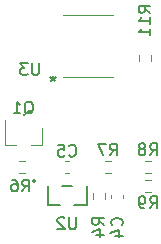
<source format=gbr>
%TF.GenerationSoftware,KiCad,Pcbnew,5.1.12-84ad8e8a86~92~ubuntu18.04.1*%
%TF.CreationDate,2023-10-21T06:49:18+07:00*%
%TF.ProjectId,RPi_FFC_15P-EYECLOUDAI_2MGSMOD_AR0234-ADAPTER,5250695f-4646-4435-9f31-35502d455945,rev?*%
%TF.SameCoordinates,Original*%
%TF.FileFunction,Legend,Bot*%
%TF.FilePolarity,Positive*%
%FSLAX46Y46*%
G04 Gerber Fmt 4.6, Leading zero omitted, Abs format (unit mm)*
G04 Created by KiCad (PCBNEW 5.1.12-84ad8e8a86~92~ubuntu18.04.1) date 2023-10-21 06:49:18*
%MOMM*%
%LPD*%
G01*
G04 APERTURE LIST*
%ADD10C,0.120000*%
%ADD11C,0.152400*%
%ADD12C,0.150000*%
G04 APERTURE END LIST*
D10*
%TO.C,R9*%
X126694476Y-103494100D02*
X127203924Y-103494100D01*
X126694476Y-102449100D02*
X127203924Y-102449100D01*
%TO.C,R8*%
X127203924Y-101868500D02*
X126694476Y-101868500D01*
X127203924Y-100823500D02*
X126694476Y-100823500D01*
%TO.C,R7*%
X123290876Y-100823500D02*
X123800324Y-100823500D01*
X123290876Y-101868500D02*
X123800324Y-101868500D01*
%TO.C,R6*%
X116535924Y-101868500D02*
X116026476Y-101868500D01*
X116535924Y-100823500D02*
X116026476Y-100823500D01*
%TO.C,Q1*%
X117962800Y-99515200D02*
X117962800Y-98055200D01*
X114802800Y-99515200D02*
X114802800Y-97355200D01*
X114802800Y-99515200D02*
X115732800Y-99515200D01*
X117962800Y-99515200D02*
X117032800Y-99515200D01*
%TO.C,C5*%
X120237467Y-101856000D02*
X119944933Y-101856000D01*
X120237467Y-100836000D02*
X119944933Y-100836000D01*
%TO.C,U3*%
X119748300Y-88455500D02*
X123990100Y-88455500D01*
X123990100Y-93713300D02*
X119748300Y-93713300D01*
%TO.C,R11*%
X127217700Y-92355124D02*
X127217700Y-91845676D01*
X126172700Y-92355124D02*
X126172700Y-91845676D01*
D11*
%TO.C,U2*%
X119679341Y-102957400D02*
X120503059Y-102957400D01*
X121743200Y-102957400D02*
X121743200Y-104611400D01*
X121743200Y-104611400D02*
X120704340Y-104611400D01*
X118439200Y-104611400D02*
X118439200Y-102957400D01*
X119478060Y-104611400D02*
X118439200Y-104611400D01*
X117423200Y-102534400D02*
G75*
G03*
X117423200Y-102534400I-127000J0D01*
G01*
D10*
%TO.C,R4*%
X122261100Y-103582376D02*
X122261100Y-104091824D01*
X123306100Y-103582376D02*
X123306100Y-104091824D01*
%TO.C,C4*%
X123797600Y-103688933D02*
X123797600Y-103981467D01*
X124817600Y-103688933D02*
X124817600Y-103981467D01*
%TO.C,R9*%
D12*
X127115866Y-104853980D02*
X127449200Y-104377790D01*
X127687295Y-104853980D02*
X127687295Y-103853980D01*
X127306342Y-103853980D01*
X127211104Y-103901600D01*
X127163485Y-103949219D01*
X127115866Y-104044457D01*
X127115866Y-104187314D01*
X127163485Y-104282552D01*
X127211104Y-104330171D01*
X127306342Y-104377790D01*
X127687295Y-104377790D01*
X126639676Y-104853980D02*
X126449200Y-104853980D01*
X126353961Y-104806361D01*
X126306342Y-104758742D01*
X126211104Y-104615885D01*
X126163485Y-104425409D01*
X126163485Y-104044457D01*
X126211104Y-103949219D01*
X126258723Y-103901600D01*
X126353961Y-103853980D01*
X126544438Y-103853980D01*
X126639676Y-103901600D01*
X126687295Y-103949219D01*
X126734914Y-104044457D01*
X126734914Y-104282552D01*
X126687295Y-104377790D01*
X126639676Y-104425409D01*
X126544438Y-104473028D01*
X126353961Y-104473028D01*
X126258723Y-104425409D01*
X126211104Y-104377790D01*
X126163485Y-104282552D01*
%TO.C,R8*%
X127115866Y-100368380D02*
X127449200Y-99892190D01*
X127687295Y-100368380D02*
X127687295Y-99368380D01*
X127306342Y-99368380D01*
X127211104Y-99416000D01*
X127163485Y-99463619D01*
X127115866Y-99558857D01*
X127115866Y-99701714D01*
X127163485Y-99796952D01*
X127211104Y-99844571D01*
X127306342Y-99892190D01*
X127687295Y-99892190D01*
X126544438Y-99796952D02*
X126639676Y-99749333D01*
X126687295Y-99701714D01*
X126734914Y-99606476D01*
X126734914Y-99558857D01*
X126687295Y-99463619D01*
X126639676Y-99416000D01*
X126544438Y-99368380D01*
X126353961Y-99368380D01*
X126258723Y-99416000D01*
X126211104Y-99463619D01*
X126163485Y-99558857D01*
X126163485Y-99606476D01*
X126211104Y-99701714D01*
X126258723Y-99749333D01*
X126353961Y-99796952D01*
X126544438Y-99796952D01*
X126639676Y-99844571D01*
X126687295Y-99892190D01*
X126734914Y-99987428D01*
X126734914Y-100177904D01*
X126687295Y-100273142D01*
X126639676Y-100320761D01*
X126544438Y-100368380D01*
X126353961Y-100368380D01*
X126258723Y-100320761D01*
X126211104Y-100273142D01*
X126163485Y-100177904D01*
X126163485Y-99987428D01*
X126211104Y-99892190D01*
X126258723Y-99844571D01*
X126353961Y-99796952D01*
%TO.C,R7*%
X123712266Y-100375980D02*
X124045600Y-99899790D01*
X124283695Y-100375980D02*
X124283695Y-99375980D01*
X123902742Y-99375980D01*
X123807504Y-99423600D01*
X123759885Y-99471219D01*
X123712266Y-99566457D01*
X123712266Y-99709314D01*
X123759885Y-99804552D01*
X123807504Y-99852171D01*
X123902742Y-99899790D01*
X124283695Y-99899790D01*
X123378933Y-99375980D02*
X122712266Y-99375980D01*
X123140838Y-100375980D01*
%TO.C,R6*%
X116295466Y-103423980D02*
X116628800Y-102947790D01*
X116866895Y-103423980D02*
X116866895Y-102423980D01*
X116485942Y-102423980D01*
X116390704Y-102471600D01*
X116343085Y-102519219D01*
X116295466Y-102614457D01*
X116295466Y-102757314D01*
X116343085Y-102852552D01*
X116390704Y-102900171D01*
X116485942Y-102947790D01*
X116866895Y-102947790D01*
X115438323Y-102423980D02*
X115628800Y-102423980D01*
X115724038Y-102471600D01*
X115771657Y-102519219D01*
X115866895Y-102662076D01*
X115914514Y-102852552D01*
X115914514Y-103233504D01*
X115866895Y-103328742D01*
X115819276Y-103376361D01*
X115724038Y-103423980D01*
X115533561Y-103423980D01*
X115438323Y-103376361D01*
X115390704Y-103328742D01*
X115343085Y-103233504D01*
X115343085Y-102995409D01*
X115390704Y-102900171D01*
X115438323Y-102852552D01*
X115533561Y-102804933D01*
X115724038Y-102804933D01*
X115819276Y-102852552D01*
X115866895Y-102900171D01*
X115914514Y-102995409D01*
%TO.C,Q1*%
X116478038Y-96915219D02*
X116573276Y-96867600D01*
X116668514Y-96772361D01*
X116811371Y-96629504D01*
X116906609Y-96581885D01*
X117001847Y-96581885D01*
X116954228Y-96819980D02*
X117049466Y-96772361D01*
X117144704Y-96677123D01*
X117192323Y-96486647D01*
X117192323Y-96153314D01*
X117144704Y-95962838D01*
X117049466Y-95867600D01*
X116954228Y-95819980D01*
X116763752Y-95819980D01*
X116668514Y-95867600D01*
X116573276Y-95962838D01*
X116525657Y-96153314D01*
X116525657Y-96486647D01*
X116573276Y-96677123D01*
X116668514Y-96772361D01*
X116763752Y-96819980D01*
X116954228Y-96819980D01*
X115573276Y-96819980D02*
X116144704Y-96819980D01*
X115858990Y-96819980D02*
X115858990Y-95819980D01*
X115954228Y-95962838D01*
X116049466Y-96058076D01*
X116144704Y-96105695D01*
%TO.C,C5*%
X120257866Y-100382342D02*
X120305485Y-100429961D01*
X120448342Y-100477580D01*
X120543580Y-100477580D01*
X120686438Y-100429961D01*
X120781676Y-100334723D01*
X120829295Y-100239485D01*
X120876914Y-100049009D01*
X120876914Y-99906152D01*
X120829295Y-99715676D01*
X120781676Y-99620438D01*
X120686438Y-99525200D01*
X120543580Y-99477580D01*
X120448342Y-99477580D01*
X120305485Y-99525200D01*
X120257866Y-99572819D01*
X119353104Y-99477580D02*
X119829295Y-99477580D01*
X119876914Y-99953771D01*
X119829295Y-99906152D01*
X119734057Y-99858533D01*
X119495961Y-99858533D01*
X119400723Y-99906152D01*
X119353104Y-99953771D01*
X119305485Y-100049009D01*
X119305485Y-100287104D01*
X119353104Y-100382342D01*
X119400723Y-100429961D01*
X119495961Y-100477580D01*
X119734057Y-100477580D01*
X119829295Y-100429961D01*
X119876914Y-100382342D01*
%TO.C,U3*%
X117703504Y-92568780D02*
X117703504Y-93378304D01*
X117655885Y-93473542D01*
X117608266Y-93521161D01*
X117513028Y-93568780D01*
X117322552Y-93568780D01*
X117227314Y-93521161D01*
X117179695Y-93473542D01*
X117132076Y-93378304D01*
X117132076Y-92568780D01*
X116751123Y-92568780D02*
X116132076Y-92568780D01*
X116465409Y-92949733D01*
X116322552Y-92949733D01*
X116227314Y-92997352D01*
X116179695Y-93044971D01*
X116132076Y-93140209D01*
X116132076Y-93378304D01*
X116179695Y-93473542D01*
X116227314Y-93521161D01*
X116322552Y-93568780D01*
X116608266Y-93568780D01*
X116703504Y-93521161D01*
X116751123Y-93473542D01*
X118891050Y-93635580D02*
X118891050Y-93873676D01*
X119129145Y-93778438D02*
X118891050Y-93873676D01*
X118652954Y-93778438D01*
X119033907Y-94064152D02*
X118891050Y-93873676D01*
X118748192Y-94064152D01*
X118891050Y-93635580D02*
X118891050Y-93873676D01*
X119129145Y-93778438D02*
X118891050Y-93873676D01*
X118652954Y-93778438D01*
X119033907Y-94064152D02*
X118891050Y-93873676D01*
X118748192Y-94064152D01*
%TO.C,R11*%
X127147580Y-88307942D02*
X126671390Y-87974609D01*
X127147580Y-87736514D02*
X126147580Y-87736514D01*
X126147580Y-88117466D01*
X126195200Y-88212704D01*
X126242819Y-88260323D01*
X126338057Y-88307942D01*
X126480914Y-88307942D01*
X126576152Y-88260323D01*
X126623771Y-88212704D01*
X126671390Y-88117466D01*
X126671390Y-87736514D01*
X127147580Y-89260323D02*
X127147580Y-88688895D01*
X127147580Y-88974609D02*
X126147580Y-88974609D01*
X126290438Y-88879371D01*
X126385676Y-88784133D01*
X126433295Y-88688895D01*
X127147580Y-90212704D02*
X127147580Y-89641276D01*
X127147580Y-89926990D02*
X126147580Y-89926990D01*
X126290438Y-89831752D01*
X126385676Y-89736514D01*
X126433295Y-89641276D01*
%TO.C,U2*%
X120853104Y-105624380D02*
X120853104Y-106433904D01*
X120805485Y-106529142D01*
X120757866Y-106576761D01*
X120662628Y-106624380D01*
X120472152Y-106624380D01*
X120376914Y-106576761D01*
X120329295Y-106529142D01*
X120281676Y-106433904D01*
X120281676Y-105624380D01*
X119853104Y-105719619D02*
X119805485Y-105672000D01*
X119710247Y-105624380D01*
X119472152Y-105624380D01*
X119376914Y-105672000D01*
X119329295Y-105719619D01*
X119281676Y-105814857D01*
X119281676Y-105910095D01*
X119329295Y-106052952D01*
X119900723Y-106624380D01*
X119281676Y-106624380D01*
%TO.C,R4*%
X123235980Y-106259333D02*
X122759790Y-105926000D01*
X123235980Y-105687904D02*
X122235980Y-105687904D01*
X122235980Y-106068857D01*
X122283600Y-106164095D01*
X122331219Y-106211714D01*
X122426457Y-106259333D01*
X122569314Y-106259333D01*
X122664552Y-106211714D01*
X122712171Y-106164095D01*
X122759790Y-106068857D01*
X122759790Y-105687904D01*
X122569314Y-107116476D02*
X123235980Y-107116476D01*
X122188361Y-106878380D02*
X122902647Y-106640285D01*
X122902647Y-107259333D01*
%TO.C,C4*%
X124715542Y-106310133D02*
X124763161Y-106262514D01*
X124810780Y-106119657D01*
X124810780Y-106024419D01*
X124763161Y-105881561D01*
X124667923Y-105786323D01*
X124572685Y-105738704D01*
X124382209Y-105691085D01*
X124239352Y-105691085D01*
X124048876Y-105738704D01*
X123953638Y-105786323D01*
X123858400Y-105881561D01*
X123810780Y-106024419D01*
X123810780Y-106119657D01*
X123858400Y-106262514D01*
X123906019Y-106310133D01*
X124144114Y-107167276D02*
X124810780Y-107167276D01*
X123763161Y-106929180D02*
X124477447Y-106691085D01*
X124477447Y-107310133D01*
%TD*%
M02*

</source>
